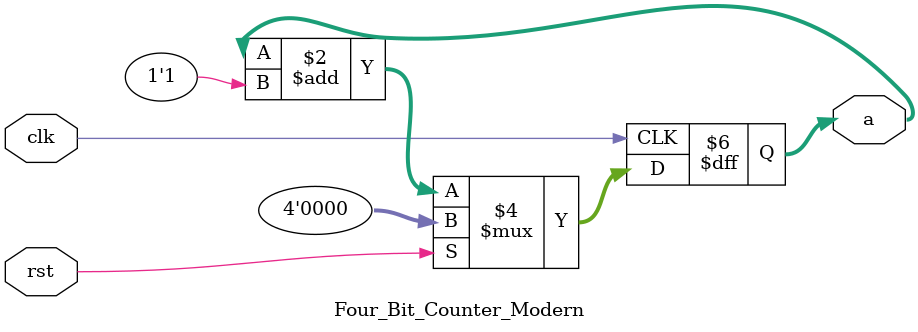
<source format=v>
`timescale 1ns / 1ps
module Four_Bit_Counter_Modern(rst, clk, a
    );
input rst, clk;
output reg [3:0] a;
always @(posedge clk) begin
	if (rst)
		a <= 4'b0000;
	else
		a <= a + 1'b1;
end

endmodule

</source>
